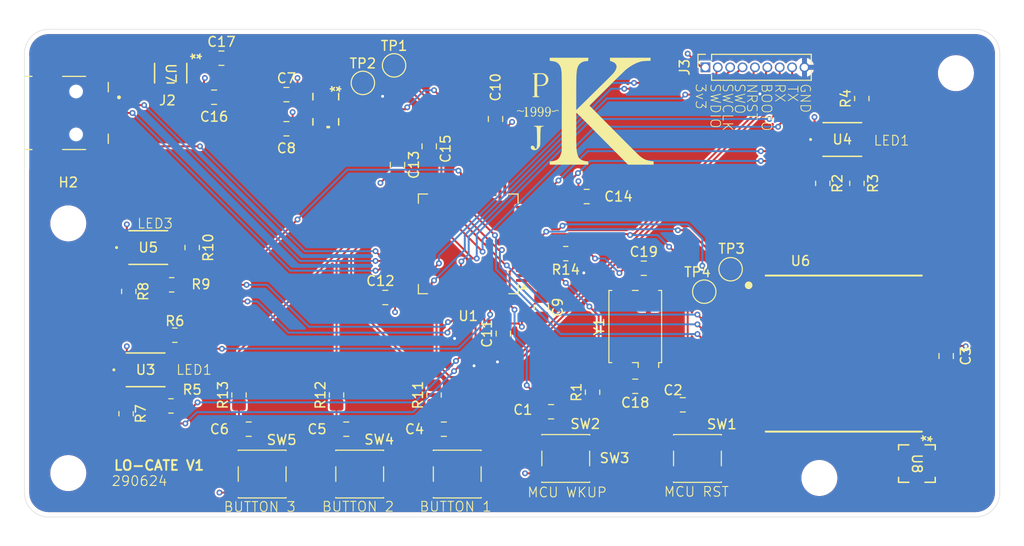
<source format=kicad_pcb>
(kicad_pcb (version 20240108) (generator "pcbnew") (generator_version "8.0")
  (layers (0 "F.Cu" signal) (1 "In1.Cu" signal) (2 "In2.Cu" signal) (31 "B.Cu" signal) (34 "B.Paste" user) (35 "F.Paste" user) (36 "B.SilkS" user "B.Silkscreen") (37 "F.SilkS" user "F.Silkscreen") (38 "B.Mask" user) (39 "F.Mask" user) (44 "Edge.Cuts" user))
  (net 0 "")
  (net 1 "GND")
  (net 2 "/MICRO_WAKEUP")
  (net 3 "/NRST")
  (net 4 "/3V3")
  (net 5 "/BUTTON1")
  (net 6 "/BUTTON2")
  (net 7 "/BUTTON3")
  (net 8 "/SWO")
  (net 9 "/SWCLK")
  (net 10 "/BOOTO")
  (net 11 "/SWDIO")
  (net 12 "Net-(R2-Pad2)")
  (net 13 "/LED2_BLUE")
  (net 14 "/LED2_RED")
  (net 15 "Net-(R3-Pad1)")
  (net 16 "Net-(R4-Pad1)")
  (net 17 "/LED2_GREEN")
  (net 18 "/LED1_RED")
  (net 19 "Net-(R5-Pad1)")
  (net 20 "/LED1_GREEN")
  (net 21 "Net-(R6-Pad1)")
  (net 22 "/LED1_BLUE")
  (net 23 "Net-(R7-Pad2)")
  (net 24 "Net-(R8-Pad2)")
  (net 25 "/LED3_BLUE")
  (net 26 "Net-(R9-Pad1)")
  (net 27 "/LED3_RED")
  (net 28 "/LED3_GREEN")
  (net 29 "Net-(R10-Pad1)")
  (net 30 "/UART_TX")
  (net 32 "/LORA_RST")
  (net 33 "/LORA_MOSI")
  (net 35 "/LORA_MISO")
  (net 36 "/LORA_CSB")
  (net 44 "/OSC_IN")
  (net 45 "/UART_RX")
  (net 46 "/IMU_SCK")
  (net 49 "Net-(C19-Pad1)")
  (net 50 "/IMU_CSB")
  (net 51 "/IMU_MOSI")
  (net 53 "/LORA_SCK")
  (net 57 "/IMU_MISO")
  (net 66 "Net-(U6-ANT)")
  (net 72 "Net-(U1-VCAP1)")
  (net 73 "/USB_DP")
  (net 74 "/USB_ID")
  (net 75 "/USB_DM")
  (net 78 "/5V_IN")
  (net 80 "Net-(C4-Pad2)")
  (net 81 "Net-(C5-Pad2)")
  (net 82 "Net-(C6-Pad2)")
  (net 83 "/OSC_OUT")
  (footprint "Button_Switch_SMD:SW_SPST_PTS647_Sx38" (layer "F.Cu") (at 131.9 119.2 180)
    (property "Reference" "SW4")
    (property "Value" "BUTTON2")
  )
  (footprint "Crystal:Crystal_SMD_7050-4Pin_7.0x5.0mm" (layer "F.Cu") (at 160.15 104.075 90)
    (property "Reference" "Y1")
    (property "Value" "Crystal_GND24_Small")
  )
  (footprint "Capacitor_SMD:C_0805_2012Metric_Pad1.18x1.45mm_HandSolder" (layer "F.Cu") (at 124.3875 83.799999)
    (property "Reference" "C8")
    (property "Value" "0.1uF")
  )
  (footprint "Resistor_SMD:R_0805_2012Metric_Pad1.20x1.40mm_HandSolder" (layer "F.Cu") (at 129.525 111.1 90)
    (property "Reference" "R12")
    (property "Value" "50k")
  )
  (footprint "TestPoint:TestPoint_Pad_D2.0mm" (layer "F.Cu") (at 132.225 79.1)
    (property "Reference" "TP2")
    (property "Value" "TP_IMU_MOSI")
  )
  (footprint "Resistor_SMD:R_0805_2012Metric_Pad1.20x1.40mm_HandSolder" (layer "F.Cu") (at 155.775 110.8125 90)
    (property "Reference" "R1")
    (property "Value" "10k")
  )
  (footprint "Connector_PinSocket_1.27mm:PinSocket_1x09_P1.27mm_Vertical" (layer "F.Cu") (at 167.34 77.5 90)
    (property "Reference" "J3")
    (property "Value" "Conn_01x09_Pin")
  )
  (footprint "Capacitor_SMD:C_0805_2012Metric_Pad1.18x1.45mm_HandSolder" (layer "F.Cu") (at 134.525 101.1)
    (property "Reference" "C12")
    (property "Value" "0.1uF")
  )
  (footprint "Capacitor_SMD:C_0805_2012Metric_Pad1.18x1.45mm_HandSolder" (layer "F.Cu") (at 192.025 107.1 90)
    (property "Reference" "C3")
    (property "Value" "0.1uF")
  )
  (footprint "Resistor_SMD:R_0805_2012Metric_Pad1.20x1.40mm_HandSolder" (layer "F.Cu") (at 179.375 89.4 90)
    (property "Reference" "R2")
    (property "Value" "60Ω")
  )
  (footprint "Capacitor_SMD:C_0805_2012Metric_Pad1.18x1.45mm_HandSolder" (layer "F.Cu") (at 124.3875 80.299999)
    (property "Reference" "C7")
    (property "Value" "0.1uF")
  )
  (footprint "Resistor_SMD:R_0805_2012Metric_Pad1.20x1.40mm_HandSolder" (layer "F.Cu") (at 139.525 111.1 90)
    (property "Reference" "R11")
    (property "Value" "50k")
  )
  (footprint "Resistor_SMD:R_0805_2012Metric_Pad1.20x1.40mm_HandSolder" (layer "F.Cu") (at 108.225 100.4789 90)
    (property "Reference" "R8")
    (property "Value" "60Ω")
  )
  (footprint "footprints:Logo_CADPAD_2" (layer "F.Cu") (at 155.025 82)
    (property "Reference" "G***" (hide yes))
    (property "Value" "LOGO" (hide yes))
  )
  (footprint "TestPoint:TestPoint_Pad_D2.0mm" (layer "F.Cu") (at 167.225 100.5)
    (property "Reference" "TP4")
    (property "Value" "TP_LORA_MOSI")
  )
  (footprint "Capacitor_SMD:C_0805_2012Metric_Pad1.18x1.45mm_HandSolder" (layer "F.Cu") (at 117.725001 76.56685)
    (property "Reference" "C17")
    (property "Value" "0.47uF")
  )
  (footprint "Resistor_SMD:R_0805_2012Metric_Pad1.20x1.40mm_HandSolder" (layer "F.Cu") (at 183.375 80.7 90)
    (property "Reference" "R4")
    (property "Value" "60Ω")
  )
  (footprint "Resistor_SMD:R_0805_2012Metric_Pad1.20x1.40mm_HandSolder" (layer "F.Cu") (at 107.9522 113.015 90)
    (property "Reference" "R7")
    (property "Value" "60Ω")
  )
  (footprint "Resistor_SMD:R_0805_2012Metric_Pad1.20x1.40mm_HandSolder" (layer "F.Cu") (at 114.725 95.9789 -90)
    (property "Reference" "R10")
    (property "Value" "60Ω")
  )
  (footprint "Resistor_SMD:R_0805_2012Metric_Pad1.20x1.40mm_HandSolder" (layer "F.Cu") (at 112.9522 104.965)
    (property "Reference" "R6")
    (property "Value" "60Ω")
  )
  (footprint "footprints:150141M173100_WRE-M" (layer "F.Cu") (at 181.375 84.9)
    (property "Reference" "U4")
    (property "Value" "LED2")
  )
  (footprint "footprints:XCVR_RFM95W-868S2" (layer "F.Cu") (at 181.525 106.85)
    (property "Reference" "U6")
    (property "Value" "RFM95W-868S2")
  )
  (footprint "footprints:BMI323_BOS-M" (layer "F.Cu") (at 128.425 81.799999 -90)
    (property "Reference" "U2" (hide yes))
    (property "Value" "BMI323")
  )
  (footprint "MountingHole:MountingHole_3.2mm_M3" (layer "F.Cu") (at 102.025 93.5)
    (property "Reference" "H2")
    (property "Value" "MountingHole")
  )
  (footprint "Capacitor_SMD:C_0805_2012Metric_Pad1.18x1.45mm_HandSolder" (layer "F.Cu") (at 120.525 114.6 180)
    (property "Reference" "C6")
    (property "Value" "0.1uF")
  )
  (footprint "Resistor_SMD:R_0805_2012Metric_Pad1.20x1.40mm_HandSolder" (layer "F.Cu") (at 153.025 96.6 180)
    (property "Reference" "R14")
    (property "Value" "30R")
  )
  (footprint "MountingHole:MountingHole_3.2mm_M3" (layer "F.Cu") (at 102.025 119.1)
    (property "Reference" "H4" (hide yes))
    (property "Value" "MountingHole")
  )
  (footprint "Capacitor_SMD:C_0805_2012Metric_Pad1.18x1.45mm_HandSolder" (layer "F.Cu") (at 139.025 85.6 90)
    (property "Reference" "C15")
    (property "Value" "4.7uF")
  )
  (footprint "TestPoint:TestPoint_Pad_D2.0mm" (layer "F.Cu") (at 135.425 77.3)
    (property "Reference" "TP1")
    (property "Value" "TP_IMU_MISO")
  )
  (footprint "Button_Switch_SMD:SW_SPST_PTS647_Sx38" (layer "F.Cu") (at 141.9 119.2 180)
    (property "Reference" "SW3")
    (property "Value" "BUTTON1")
  )
  (footprint "MountingHole:MountingHole_3.2mm_M3" (layer "F.Cu") (at 193.025 78.1)
    (property "Reference" "H1" (hide yes))
    (property "Value" "MountingHole")
  )
  (footprint "Capacitor_SMD:C_0805_2012Metric_Pad1.18x1.45mm_HandSolder" (layer "F.Cu") (at 150.525 102.1 -90)
    (property "Reference" "C9")
    (property "Value" "0.1uF")
  )
  (footprint "Resistor_SMD:R_0805_2012Metric_Pad1.20x1.40mm_HandSolder" (layer "F.Cu") (at 112.625 99.8)
    (property "Reference" "R9")
    (property "Value" "60Ω")
  )
  (footprint "Capacitor_SMD:C_0805_2012Metric_Pad1.18x1.45mm_HandSolder" (layer "F.Cu") (at 146.625 104.8 90)
    (property "Reference" "C11")
    (property "Value" "0.1uF")
  )
  (footprint "Capacitor_SMD:C_0805_2012Metric_Pad1.18x1.45mm_HandSolder" (layer "F.Cu") (at 116.975001 80.56685)
    (property "Reference" "C16")
    (property "Value" "0.1uF")
  )
  (footprint "Capacitor_SMD:C_0805_2012Metric_Pad1.18x1.45mm_HandSolder" (layer "F.Cu") (at 140.525 114.6 180)
    (property "Reference" "C4")
    (property "Value" "0.1uF")
  )
  (footprint "footprints:EDAC_690-005-299-043" (layer "F.Cu") (at 102.825 82.18 -90)
    (property "Reference" "J2")
    (property "Value" "690-005-299-043")
  )
  (footprint "footprints:73412-0114_MOL" (layer "F.Cu") (at 189.025 118.124999 -90)
    (property "Reference" "U8")
    (property "Value" "734120114")
  )
  (footprint "MountingHole:MountingHole_3.2mm_M3" (layer "F.Cu") (at 179.025 119.6)
    (property "Reference" "H3" (hide yes))
    (property "Value" "MountingHole")
  )
  (footprint "Resistor_SMD:R_0805_2012Metric_Pad1.20x1.40mm_HandSolder" (layer "F.Cu") (at 182.875 89.4 -90)
    (property "Reference" "R3")
    (property "Value" "60Ω")
  )
  (footprint "Resistor_SMD:R_0805_2012Metric_Pad1.20x1.40mm_HandSolder" (layer "F.Cu") (at 112.5522 112.215)
    (property "Reference" "R5")
    (property "Value" "60Ω")
  )
  (footprint "Capacitor_SMD:C_0805_2012Metric_Pad1.18x1.45mm_HandSolder" (layer "F.Cu") (at 151.525 112.8125 180)
    (property "Reference" "C1")
    (property "Value" "0.1uF")
  )
  (footprint "Capacitor_SMD:C_0805_2012Metric_Pad1.18x1.45mm_HandSolder" (layer "F.Cu") (at 161.025 98.1)
    (property "Reference" "C19")
    (property "Value" "10p")
  )
  (footprint "Capacitor_SMD:C_0805_2012Metric_Pad1.18x1.45mm_HandSolder" (layer "F.Cu") (at 145.825 82.8 90)
    (property "Reference" "C10")
    (property "Value" "0.1uF")
  )
  (footprint "Button_Switch_SMD:SW_SPST_PTS647_Sx38" (layer "F.Cu") (at 121.9 119.2 180)
    (property "Reference" "SW5")
    (property "Value" "BUTTON3")
  )
  (footprint "footprints:150141M173100_WRE-M" (layer "F.Cu") (at 109.9522 108.515)
    (property "Reference" "U3")
    (property "Value" "LED1")
  )
  (footprint "Button_Switch_SMD:SW_SPST_PTS647_Sx38" (layer "F.Cu") (at 166.525 117.6 180)
    (property "Reference" "SW1")
    (property "Value" "MICRO_RESET")
  )
  (footprint "Resistor_SMD:R_0805_2012Metric_Pad1.20x1.40mm_HandSolder" (layer "F.Cu") (at 119.525 111.1 90)
    (property "Reference" "R13")
    (property "Value" "50k")
  )
  (footprint "Capacitor_SMD:C_0805_2012Metric_Pad1.18x1.45mm_HandSolder" (layer "F.Cu") (at 155.175 90.75 180)
    (property "Reference" "C14")
    (property "Value" "0.1uF")
  )
  (footprint "footprints:SOT23-5L_STM-M" (layer "F.Cu") (at 112.525 78.1 -90)
    (property "Reference" "U7")
    (property "Value" "LDK320AM33R")
  )
  (footprint "Capacitor_SMD:C_0805_2012Metric_Pad1.18x1.45mm_HandSolder" (layer "F.Cu") (at 135.775 87.5 -90)
    (property "Reference" "C13")
    (property "Value" "0.1uF")
  )
  (footprint "Button_Switch_SMD:SW_SPST_PTS647_Sx38" (layer "F.Cu") (at 153.025 117.6 180)
    (property "Reference" "SW2")
    (property "Value" "MICRO_ON")
  )
  (footprint "footprints:150141M173100_WRE-M" (layer "F.Cu") (at 110.225 95.9789)
    (property "Reference" "U5")
    (property "Value" "LED3")
  )
  (footprint "Capacitor_SMD:C_0805_2012Metric_Pad1.18x1.45mm_HandSolder" (layer "F.Cu") (at 165.025 112.1 180)
    (property "Reference" "C2")
    (property "Value" "0.1uF")
  )
  (footprint "TestPoint:TestPoint_Pad_D2.0mm" (layer "F.Cu") (at 169.925 98.2)
    (property "Reference" "TP3")
    (property "Value" "TP_LORA_MISO")
  )
  (footprint "Package_QFP:LQFP-64_10x10mm_P0.5mm" (layer "F.Cu") (at 143.025 95.6 180)
    (property "Reference" "U1")
    (property "Value" "STM32F401RETx")
  )
  (footprint "Capacitor_SMD:C_0805_2012Metric_Pad1.18x1.45mm_HandSolder" (layer "F.Cu") (at 160.15 110.2 180)
    (property "Reference" "C18")
    (property "Value" "10p")
  )
  (footprint "Capacitor_SMD:C_0805_2012Metric_Pad1.18x1.45mm_HandSolder" (layer "F.Cu") (at 130.525 114.6 180)
    (property "Reference" "C5")
    (property "Value" "0.1uF")
  )
  (gr_line (start 97.525 76.1) (end 97.525 121.1) (stroke (width 0.05)) (layer "Edge.Cuts"))
  (gr_arc (start 197.525 121.1) (mid 196.792767 122.867767) (end 195.025 123.6) (stroke (width 0.05)) (layer "Edge.Cuts"))
  (gr_arc (start 100.025 123.6) (mid 98.257233 122.867767) (end 97.525 121.1) (stroke (width 0.05)) (layer "Edge.Cuts"))
  (gr_arc (start 97.525 76.1) (mid 98.257233 74.332233) (end 100.025 73.6) (stroke (width 0.05)) (layer "Edge.Cuts"))
  (gr_line (start 197.525 76.1) (end 197.525 121.1) (stroke (width 0.05)) (layer "Edge.Cuts"))
  (gr_arc (start 195.025 73.6) (mid 196.792767 74.332233) (end 197.525 76.1) (stroke (width 0.05)) (layer "Edge.Cuts"))
  (gr_line (start 100.025 73.6) (end 195.025 73.6) (stroke (width 0.05)) (layer "Edge.Cuts"))
  (gr_line (start 100.025 123.6) (end 195.025 123.6) (stroke (width 0.05)) (layer "Edge.Cuts"))
  (gr_text "SWO\n" (at 170.275 79.1 270) (layer "F.SilkS") (effects (font (size 1 1) (thickness 0.08) (bold yes)) (justify left bottom)))
  (gr_text "TX" (at 175.7 79.3 270) (layer "F.SilkS") (effects (font (size 1 1) (thickness 0.08) (bold yes)) (justify left bottom)))
  (gr_text "MCU RST" (at 163.025 121.6 0) (layer "F.SilkS") (effects (font (size 1 1) (thickness 0.1)) (justify left bottom)))
  (gr_text "SWCLK\n\n" (at 167.425 79.1 270) (layer "F.SilkS") (effects (font (size 1 1) (thickness 0.08) (bold yes)) (justify left bottom)))
  (gr_text "BUTTON 2\n" (at 127.975 123.125 0) (layer "F.SilkS") (effects (font (size 1 1) (thickness 0.1)) (justify left bottom)))
  (gr_text "LED1" (at 113.025 109.1 0) (layer "F.SilkS") (effects (font (size 1 1) (thickness 0.1)) (justify left bottom)))
  (gr_text "290624" (at 106.4 120.5 0) (layer "F.SilkS") (effects (font (size 1 1) (thickness 0.1)) (justify left bottom)))
  (gr_text "SWDIO\n" (at 167.775 79.1 270) (layer "F.SilkS") (effects (font (size 1 1) (thickness 0.08) (bold yes)) (justify left bottom)))
  (gr_text "LED1" (at 184.525 85.6 0) (layer "F.SilkS") (effects (font (size 1 1) (thickness 0.1)) (justify left bottom)))
  (gr_text "BOOTO\n" (at 173.025 79.1 270) (layer "F.SilkS") (effects (font (size 1 1) (thickness 0.08) (bold yes)) (justify left bottom)))
  (gr_text "BUTTON 3" (at 117.9 123.15 0) (layer "F.SilkS") (effects (font (size 1 1) (thickness 0.1)) (justify left bottom)))
  (gr_text "MCU WKUP" (at 149.025 121.6625 0) (layer "F.SilkS") (effects (font (size 1 1) (thickness 0.1)) (justify left bottom)))
  (gr_text "BUTTON 1\n" (at 137.975 123.125 0) (layer "F.SilkS") (effects (font (size 1 1) (thickness 0.1)) (justify left bottom)))
  (gr_text "GND" (at 177 79.1 270) (layer "F.SilkS") (effects (font (size 1 1) (thickness 0.08) (bold yes)) (justify left bottom)))
  (gr_text "RX\n" (at 174.4 79.1 270) (layer "F.SilkS") (effects (font (size 1 1) (thickness 0.08) (bold yes)) (justify left bottom)))
  (gr_text "3v3" (at 166.275 79.1 270) (layer "F.SilkS") (effects (font (size 1 1) (thickness 0.08) (bold yes)) (justify left bottom)))
  (gr_text "LED3\n" (at 109.025 94.1 0) (layer "F.SilkS") (effects (font (size 1 1) (thickness 0.1)) (justify left bottom)))
  (gr_text "LO-CATE V1\n" (at 106.6 118.9 0) (layer "F.SilkS") (effects (font (size 1 1) (thickness 0.2) (bold yes)) (justify left bottom)))
  (gr_text "NRST" (at 171.525 79.1 270) (layer "F.SilkS") (effects (font (size 1 1) (thickness 0.08) (bold yes)) (justify left bottom)))
  (via (at 146.025 107.7) (size 0.6) (drill 0.3) (layers "F.Cu" "B.Cu") (net 1))
  (via (at 134.25 80.475) (size 0.6) (drill 0.3) (layers "F.Cu" "B.Cu") (net 1))
  (via (at 172.925 80.225) (size 0.6) (drill 0.3) (layers "F.Cu" "B.Cu") (net 1))
  (via (at 143.625 108.1) (size 0.6) (drill 0.3) (layers "F.Cu" "B.Cu") (net 1))
  (via (at 141.625 105.3) (size 0.6) (drill 0.3) (layers "F.Cu" "B.Cu") (net 1))
  (via (at 154.875 98.575) (size 0.6) (drill 0.3) (layers "F.Cu" "B.Cu") (net 1))
  (segment (start 144.025 107.7) (end 146.025 107.7) (width 0.2) (layer "B.Cu") (net 1))
  (segment (start 143.625 108.1) (end 144.025 107.7) (width 0.2) (layer "B.Cu") (net 1))
  (segment (start 147.89259 92.85) (end 148.7 92.85) (width 0.2) (layer "F.Cu") (net 2))
  (segment (start 150.4 116) (end 155.65 116) (width 0.2) (layer "F.Cu") (net 2))
  (segment (start 155.65 116) (end 155.65 111.9375) (width 0.2) (layer "F.Cu") (net 2))
  (segment (start 147.775 102.35) (end 147.275 101.85) (width 0.2) (layer "F.Cu") (net 2))
  (segment (start 147.625 98.098529) (end 147.625 97.601471) (width 0.2) (layer "F.Cu") (net 2))
  (segment (start 150.4875 115.9125) (end 150.4 116) (width 0.2) (layer "F.Cu") (net 2))
  (segment (start 147.075 95.976471) (end 146.85 95.751471) (width 0.2) (layer "F.Cu") (net 2))
  (segment (start 155.65 111.9375) (end 155.775 111.8125) (width 0.2) (layer "F.Cu") (net 2))
  (segment (start 146.85 96.826471) (end 146.85 96.698529) (width 0.2) (layer "F.Cu") (net 2))
  (segment (start 146.85 93.89259) (end 147.89259 92.85) (width 0.2) (layer "F.Cu") (net 2))
  (segment (start 149.025 110.1) (end 150.4 111.475) (width 0.2) (layer "F.Cu") (net 2))
  (segment (start 147.275 101.85) (end 147.275 98.448529) (width 0.2) (layer "F.Cu") (net 2))
  (segment (start 147.075 96.473529) (end 147.075 95.976471) (width 0.2) (layer "F.Cu") (net 2))
  (segment (start 146.85 96.698529) (end 147.075 96.473529) (width 0.2) (layer "F.Cu") (net 2))
  (segment (start 147.275 98.448529) (end 147.625 98.098529) (width 0.2) (layer "F.Cu") (net 2))
  (segment (start 147.625 97.601471) (end 146.85 96.826471) (width 0.2) (layer "F.Cu") (net 2))
  (segment (start 146.85 95.751471) (end 146.85 93.89259) (width 0.2) (layer "F.Cu") (net 2))
  (segment (start 150.4 111.475) (end 150.4 112.5375) (width 0.2) (layer "F.Cu") (net 2))
  (segment (start 150.4875 112.8125) (end 150.4875 115.9125) (width 0.2) (layer "F.Cu") (net 2))
  (via (at 147.775 102.35) (size 0.6) (drill 0.3) (layers "F.Cu" "B.Cu") (net 2))
  (via (at 149.025 110.1) (size 0.6) (drill 0.3) (layers "F.Cu" "B.Cu") (net 2))
  (segment (start 147.775 105.1) (end 147.775 102.35) (width 0.2) (layer "B.Cu") (net 2))
  (segment (start 149.025 110.1) (end 149.025 106.35) (width 0.2) (layer "B.Cu") (net 2))
  (segment (start 149.025 106.35) (end 147.775 105.1) (width 0.2) (layer "B.Cu") (net 2))
  (segment (start 163.9 116) (end 163.9 112.4375) (width 0.2) (layer "F.Cu") (net 3))
  (segment (start 172.28 82.345) (end 172.28 77.6) (width 0.2) (layer "F.Cu") (net 3))
  (segment (start 159.725 94.6) (end 160.025 94.6) (width 0.2) (layer "F.Cu") (net 3))
  (segment (start 151.623529 94.6) (end 149.873529 96.35) (width 0.2) (layer "F.Cu") (net 3))
  (segment (start 159.625 94.7) (end 159.525 94.6) (width 0.2) (layer "F.Cu") (net 3))
  (segment (start 159.625 94.7) (end 159.725 94.6) (width 0.2) (layer "F.Cu") (net 3))
  (segment (start 163.9875 109.1375) (end 165.525 107.6) (width 0.2) (layer "F.Cu") (net 3))
  (segment (start 163.9 112.4375) (end 163.9875 112.35) (width 0.2) (layer "F.Cu") (net 3))
  (segment (start 165.525 107.6) (end 165.525 97.6) (width 0.2) (layer "F.Cu") (net 3))
  (segment (start 163.9875 112.1) (end 163.9875 109.1375) (width 0.2) (layer "F.Cu") (net 3))
  (segment (start 169.15 116) (end 163.9 116) (width 0.2) (layer "F.Cu") (net 3))
  (segment (start 165.525 97.6) (end 163.625 95.9) (width 0.2) (layer "F.Cu") (net 3))
  (segment (start 149.873529 96.35) (end 148.7 96.35) (width 0.2) (layer "F.Cu") (net 3))
  (segment (start 163.625 95.9) (end 163.775 95.85) (width 0.2) (layer "F.Cu") (net 3))
  (segment (start 160.025 94.6) (end 172.28 82.345) (width 0.2) (layer "F.Cu") (net 3))
  (segment (start 159.525 94.6) (end 151.623529 94.6) (width 0.2) (layer "F.Cu") (net 3))
  (via (at 163.625 95.9) (size 0.6) (drill 0.3) (layers "F.Cu" "B.Cu") (net 3))
  (via (at 159.625 94.7) (size 0.6) (drill 0.3) (layers "F.Cu" "B.Cu") (net 3))
  (segment (start 162.425 94.7) (end 163.625 95.9) (width 0.2) (layer "B.Cu") (net 3))
  (segment (start 159.625 94.7) (end 162.425 94.7) (width 0.2) (layer "B.Cu") (net 3))
  (segment (start 178.525 82.6) (end 178.525 83.0622) (width 0.2) (layer "F.Cu") (net 4))
  (segment (start 125.425 83.799999) (end 126.830699 83.799999) (width 0.2) (layer "F.Cu") (net 4))
  (segment (start 125.525 80.199999) (end 125.425 80.299999) (width 0.2) (layer "F.Cu") (net 4))
  (segment (start 117.525 121.1) (end 118.975 121.1) (width 0.2) (layer "F.Cu") (net 4))
  (segment (start 148.525 104.1) (end 148.525 103.0625) (width 0.2) (layer "F.Cu") (net 4))
  (segment (start 154.325 89.175) (end 154.325 90.5625) (width 0.2) (layer "F.Cu") (net 4))
  (segment (start 134.025 89.35) (end 134.8375 88.5375) (width 0.2) (layer "F.Cu") (net 4))
  (segment (start 154.1375 90.75) (end 152.440686 90.75) (width 0.2) (layer "F.Cu") (net 4))
  (segment (start 148.525 104.1) (end 148.1875 103.7625) (width 0.2) (layer "F.Cu") (net 4))
  (segment (start 148.85 119.125) (end 150.325 119.125) (width 0.2) (layer "F.Cu") (net 4))
  (segment (start 150.440686 92.75) (end 150.375 92.75) (width 0.2) (layer "F.Cu") (net 4))
  (segment (start 114.937501 79.56685) (end 115.937501 80.56685) (width 0.2) (layer "F.Cu") (net 4))
  (segment (start 148.525 103.0625) (end 150.525 101.0625) (width 0.2) (layer "F.Cu") (net 4))
  (segment (start 125.025 82.1) (end 125.025 83.399999) (width 0.2) (layer "F.Cu") (net 4))
  (segment (start 115.937501 78.687499) (end 116.025 78.6) (width 0.2) (layer "F.Cu") (net 4))
  (segment (start 129.275 120.8) (end 134.525 120.8) (width 0.2) (layer "F.Cu") (net 4))
  (segment (start 192.025 106.0625) (end 189.1375 106.0625) (width 0.2) (layer "F.Cu") (net 4))
  (segment (start 108.025 93.6) (end 108.025 94.7911) (width 0.2) (layer "F.Cu") (net 4))
  (segment (start 154.325 90.5625) (end 154.1375 90.75) (width 0.2) (layer "F.Cu") (net 4))
  (segment (start 194.025 106.1) (end 193.9875 106.0625) (width 0.2) (layer "F.Cu") (net 4))
  (segment (start 125.525 78.6) (end 125.525 80.199999) (width 0.2) (layer "F.Cu") (net 4))
  (segment (start 136.225 88.5375) (end 137.8875 88.5375) (width 0.2) (layer "F.Cu") (net 4))
  (segment (start 126.830699 83.799999) (end 127.674999 82.955699) (width 0.2) (layer "F.Cu") (net 4))
  (segment (start 124.525 120.8) (end 129.275 120.8) (width 0.2) (layer "F.Cu") (net 4))
  (segment (start 189.1375 106.0625) (end 188.925 105.85) (width 0.2) (layer "F.Cu") (net 4))
  (segment (start 145.825 83.8375) (end 145.825 89.875) (width 0.2) (layer "F.Cu") (net 4))
  (segment (start 139.275 120.8) (end 144.525 120.8) (width 0.2) (layer "F.Cu") (net 4))
  (segment (start 134.525 120.8) (end 139.275 120.8) (width 0.2) (layer "F.Cu") (net 4))
  (segment (start 193.9875 106.0625) (end 192.025 106.0625) (width 0.2) (layer "F.Cu") (net 4))
  (segment (start 108.025 94.7911) (end 108.4978 95.2639) (width 0.2) (layer "F.Cu") (net 4))
  (segment (start 147.525 83.1) (end 146.7875 83.8375) (width 0.2) (layer "F.Cu") (net 4))
  (segment (start 150.4125 101.0625) (end 148.7 99.35) (width 0.2) (layer "F.Cu") (net 4))
  (segment (start 135.525 101.1375) (end 135.5625 101.1) (width 0.2) (layer "F.Cu") (net 4))
  (segment (start 119.275 120.8) (end 124.525 120.8) (width 0.2) (layer "F.Cu") (net 4))
  (segment (start 178.525 83.0622) (end 179.6478 84.185) (width 0.2) (layer "F.Cu") (net 4))
  (segment (start 150.525 101.0625) (end 150.4125 101.0625) (width 0.2) (layer "F.Cu") (net 4))
  (segment (start 149.775 93.35) (end 148.7 93.35) (width 0.2) (layer "F.Cu") (net 4))
  (segment (start 134.8375 88.5375) (end 135.775 88.5375) (width 0.2) (layer "F.Cu") (net 4))
  (segment (start 125.425 80.299999) (end 126.425001 81.3) (width 0.2) (layer "F.Cu") (net 4))
  (segment (start 145.825 89.875) (end 145.775 89.925) (width 0.2) (layer "F.Cu") (net 4))
  (segment (start 150.4 119.2) (end 155.65 119.2) (width 0.2) (layer "F.Cu") (net 4))
  (segment (start 137.8875 88.5375) (end 139.275 89.925) (width 0.2) (layer "F.Cu") (net 4))
  (segment (start 146.625 103.7625) (end 146.775 103.6125) (width 0.2) (layer "F.Cu") (net 4))
  (segment (start 146.775 103.6125) (end 146.775 101.275) (width 0.2) (layer "F.Cu") (net 4))
  (segment (start 125.025 83.399999) (end 125.425 83.799999) (width 0.2) (layer "F.Cu") (net 4))
  (segment (start 136.1625 88.6) (end 136.225 88.5375) (width 0.2) (layer "F.Cu") (net 4))
  (segment (start 152.440686 90.75) (end 150.440686 92.75) (width 0.2) (layer "F.Cu") (net 4))
  (segment (start 148.1875 103.7625) (end 146.625 103.7625) (width 0.2) (layer "F.Cu") (net 4))
  (segment (start 150.375 92.75) (end 149.775 93.35) (width 0.2) (layer "F.Cu") (net 4))
  (segment (start 115.937501 80.56685) (end 115.937501 78.687499) (width 0.2) (layer "F.Cu") (net 4))
  (segment (start 135.525 102.6) (end 135.525 101.1375) (width 0.2) (layer "F.Cu") (net 4))
  (segment (start 167.025 77.6) (end 167.2 77.6) (width 0.2) (layer "F.Cu") (net 4))
  (segment (start 108.025 107.6) (end 108.225 107.8) (width 0.2) (layer "F.Cu") (net 4))
  (segment (start 118.975 121.1) (end 119.275 120.8) (width 0.2) (layer "F.Cu") (net 4))
  (segment (start 113.475001 79.56685) (end 114.937501 79.56685) (width 0.2) (layer "F.Cu") (net 4))
  (segment (start 135.6 101.1) (end 137.35 99.35) (width 0.2) (layer "F.Cu") (net 4))
  (segment (start 135.5625 101.1) (end 135.6 101.1) (width 0.2) (layer "F.Cu") (net 4))
  (segment (start 108.025 106.1) (end 108.025 107.6) (width 0.2) (layer "F.Cu") (net 4))
  (segment (start 146.7875 83.8375) (end 145.825 83.8375) (width 0.2) (layer "F.Cu") (net 4))
  (segment (start 150.325 119.125) (end 150.4 119.2) (width 0.2) (layer "F.Cu") (net 4))
  (segment (start 165.525 76.1) (end 167.025 77.6) (width 0.2) (layer "F.Cu") (net 4))
  (segment (start 126.425001 81.3) (end 127.5106 81.3) (width 0.2) (layer "F.Cu") (net 4))
  (via (at 165.525 76.1) (size 0.6) (drill 0.3) (layers "F.Cu" "B.Cu") (net 4))
  (via (at 125.025 82.1) (size 0.6) (drill 0.3) (layers "F.Cu" "B.Cu") (net 4))
  (via (at 116.025 78.6) (size 0.6) (drill 0.3) (layers "F.Cu" "B.Cu") (net 4))
  (via (at 135.525 102.6) (size 0.6) (drill 0.3) (layers "F.Cu" "B.Cu") (net 4))
  (via (at 147.525 83.1) (size 0.6) (drill 0.3) (layers "F.Cu" "B.Cu") (net 4))
  (via (at 178.525 82.6) (size 0.6) (drill 0.3) (layers "F.Cu" "B.Cu") (net 4))
  (via (at 125.525 78.6) (size 0.6) (drill 0.3) (layers "F.Cu" "B.Cu") (net 4))
  (via (at 194.025 106.1) (size 0.6) (drill 0.3) (layers "F.Cu" "B.Cu") (net 4))
  (via (at 148.85 119.125) (size 0.6) (drill 0.3) (layers "F.Cu" "B.Cu") (net 4))
  (via (at 117.525 121.1) (size 0.6) (drill 0.3) (layers "F.Cu" "B.Cu") (net 4))
  (via (at 108.025 106.1) (size 0.6) (drill 0.3) (layers "F.Cu" "B.Cu") (net 4))
  (via (at 108.025 93.6) (size 0.6) (drill 0.3) (layers "F.Cu" "B.Cu") (net 4))
  (via (at 148.525 104.1) (size 0.6) (drill 0.3) (layers "F.Cu" "B.Cu") (net 4))
  (via (at 154.325 89.175) (size 0.6) (drill 0.3) (layers "F.Cu" "B.Cu") (net 4))
  (via (at 134.025 89.35) (size 0.6) (drill 0.3) (layers "F.Cu" "B.Cu") (net 4))
  (segment (start 134.275 93.35) (end 137.35 93.35) (width 0.2) (layer "F.Cu") (net 5))
  (segment (start 131.025 101.6) (end 131.025 96.6) (width 0.2) (layer "F.Cu") (net 5))
  (segment (start 131.025 96.6) (end 134.275 93.35) (width 0.2) (layer "F.Cu") (net 5))
  (segment (start 139.525 110.1) (end 131.025 101.6) (width 0.2) (layer "F.Cu") (net 5))
  (segment (start 129.525 97.35) (end 134.025 92.85) (width 0.2) (layer "F.Cu") (net 6))
  (segment (start 129.525 110.1) (end 129.525 97.35) (width 0.2) (layer "F.Cu") (net 6))
  (segment (start 134.025 92.85) (end 137.35 92.85) (width 0.2) (layer "F.Cu") (net 6))
  (segment (start 119.525 110.1) (end 119.525 106.6) (width 0.2) (layer "F.Cu") (net 7))
  (segment (start 119.525 106.6) (end 133.775 92.35) (width 0.2) (layer "F.Cu") (net 7))
  (segment (start 133.775 92.35) (end 137.35 92.35) (width 0.2) (layer "F.Cu") (net 7))
  (segment (start 165.275 80.3) (end 168.312792 80.3) (width 0.2) (layer "F.Cu") (net 8))
  (segment (start 142.324265 97.399265) (end 142.275 97.44853) (width 0.2) (layer "F.Cu") (net 8))
  (segment (start 171.01 77.602792) (end 171.01 77.6) (width 0.2) (layer "F.Cu") (net 8))
  (segment (start 142.275 97.44853) (end 142.275 101.275) (width 0.2) (layer "F.Cu") (net 8))
  (segment (start 168.312792 80.3) (end 171.01 77.602792) (width 0.2) (layer "F.Cu") (net 8))
  (via (at 165.275 80.3) (size 0.6) (drill 0.3) (layers "F.Cu" "B.Cu") (net 8))
  (via (at 142.324265 97.399265) (size 0.6) (drill 0.3) (layers "F.Cu" "B.Cu") (net 8))
  (segment (start 157.240686 80.7) (end 143.075 94.865686) (width 0.2) (layer "B.Cu") (net 8))
  (segment (start 165.275 80.3) (end 164.875 80.7) (width 0.2) (layer "B.Cu") (net 8))
  (segment (start 164.875 80.7) (end 157.240686 80.7) (width 0.2) (layer "B.Cu") (net 8))
  (segment (start 143.075 94.865686) (end 143.075 96.64853) (width 0.2) (layer "B.Cu") (net 8))
  (segment (start 143.075 96.64853) (end 142.324265 97.399265) (width 0.2) (layer "B.Cu") (net 8))
  (segment (start 139.525 99.35) (end 139.275 99.6) (width 0.2) (layer "F.Cu") (net 9))
  (segment (start 139.275 99.6) (end 139.275 101.275) (width 0.2) (layer "F.Cu") (net 9))
  (segment (start 169.74 77.985) (end 169.74 77.6) (width 0.2) (layer "F.Cu") (net 9))
  (segment (start 159.025 79.7) (end 168.025 79.7) (width 0.2) (layer "F.Cu") (net 9))
  (segment (start 168.025 79.7) (end 169.74 77.985) (width 0.2) (layer "F.Cu") (net 9))
  (via (at 159.025 79.7) (size 0.6) (drill 0.3) (layers "F.Cu" "B.Cu") (net 9))
  (via (at 139.525 99.35) (size 0.6) (drill 0.3) (layers "F.Cu" "B.Cu") (net 9))
  (segment (start 142.675 94.7) (end 142.675 96.2) (width 0.2) (layer "B.Cu") (net 9))
  (segment (start 159.025 79.7) (end 157.675 79.7) (width 0.2) (layer "B.Cu") (net 9))
  (segment (start 142.675 96.2) (end 139.525 99.35) (width 0.2) (layer "B.Cu") (net 9))
  (segment (start 157.675 79.7) (end 142.675 94.7) (width 0.2) (layer "B.Cu") (net 9))
  (segment (start 144.775 102.501471) (end 144.775 101.275) (width 0.2) (layer "F.Cu") (net 10))
  (segment (start 145.275 108.6) (end 144.675 108) (width 0.2) (layer "F.Cu") (net 10))
  (segment (start 173.55 81.640686) (end 151.55 103.640686) (width 0.2) (layer "F.Cu") (net 10))
  (segment (start 144.675 102.601471) (end 144.775 102.501471) (width 0.2) (layer "F.Cu") (net 10))
  (segment (start 173.55 77.6) (end 173.55 81.640686) (width 0.2) (layer "F.Cu") (net 10))
  (segment (start 144.675 108) (end 144.675 102.601471) (width 0.2) (layer "F.Cu") (net 10))
  (segment (start 146.659744 108.6) (end 145.275 108.6) (width 0.2) (layer "F.Cu") (net 10))
  (segment (start 151.55 103.640686) (end 151.55 103.709744) (width 0.2) (layer "F.Cu") (net 10))
  (segment (start 151.55 103.709744) (end 146.659744 108.6) (width 0.2) (layer "F.Cu") (net 10))
  (segment (start 139.275 98.35) (end 137.35 98.35) (width 0.2) (layer "F.Cu") (net 11))
  (segment (start 167.677106 79.1) (end 168.47 78.307106) (width 0.2) (layer "F.Cu") (net 11))
  (segment (start 160.025 79.1) (end 167.677106 79.1) (width 0.2) (layer "F.Cu") (net 11))
  (segment (start 168.47 78.307106) (end 168.47 77.6) (width 0.2) (layer "F.Cu") (net 11))
  (segment (start 140.025 97.6) (end 139.275 98.35) (width 0.2) (layer "F.Cu") (net 11))
  (via (at 160.025 79.1) (size 0.6) (drill 0.3) (layers "F.Cu" "B.Cu") (net 11))
  (via (at 140.025 97.6) (size 0.6) (drill 0.3) (layers "F.Cu" "B.Cu") (net 11))
  (segment (start 157.709314 79.1) (end 140.025 96.784314) (width 0.2) (layer "B.Cu") (net 11))
  (segment (start 140.025 96.784314) (end 140.025 97.6) (width 0.2) (layer "B.Cu") (net 11))
  (segment (start 160.025 79.1) (end 157.709314 79.1) (width 0.2) (layer "B.Cu") (net 11))
  (segment (start 179.6478 85.615) (end 179.6478 88.1272) (width 0.2) (layer "F.Cu") (net 12))
  (segment (start 179.6478 88.1272) (end 179.375 88.4) (width 0.2) (layer "F.Cu") (net 12))
  (segment (start 177.575 90.4) (end 174.275 87.1) (width 0.2) (layer "F.Cu") (net 13))
  (segment (start 174.275 87.1) (end 173.025 87.1) (width 0.2) (layer "F.Cu") (net 13))
  (segment (start 179.375 90.4) (end 177.575 90.4) (width 0.2) (layer "F.Cu") (net 13))
  (segment (start 150.275 92.35) (end 148.7 92.35) (width 0.2) (layer "F.Cu") (net 13))
  (segment (start 154.275 88.35) (end 150.275 92.35) (width 0.2) (layer "F.Cu") (net 13))
  (via (at 173.025 87.1) (size 0.6) (drill 0.3) (layers "F.Cu" "B.Cu") (net 13))
  (via (at 154.275 88.35) (size 0.6) (drill 0.3) (layers "F.Cu" "B.Cu") (net 13))
  (segment (start 173.025 87.1) (end 155.525 87.1) (width 0.2) (layer "B.Cu") (net 13))
  (segment (start 155.525 87.1) (end 154.275 88.35) (width 0.2) (layer "B.Cu") (net 13))
  (segment (start 151.95 103.87543) (end 146.576165 109.249265) (width 0.2) (layer "F.Cu") (net 14))
  (segment (start 182.875 90.4) (end 181.975 91.3) (width 0.2) (layer "F.Cu") (net 14))
  (segment (start 146.576165 109.249265) (end 141.174265 109.249265) (width 0.2) (layer "F.Cu") (net 14))
  (segment (start 139.775 107.85) (end 139.775 101.275) (width 0.2) (layer "F.Cu") (net 14))
  (segment (start 181.975 91.3) (end 164.456372 91.3) (width 0.2) (layer "F.Cu") (net 14))
  (segment (start 164.456372 91.3) (end 151.95 103.806372) (width 0.2) (layer "F.Cu") (net 14))
  (segment (start 141.174265 109.249265) (end 139.775 107.85) (width 0.2) (layer "F.Cu") (net 14))
  (segment (start 151.95 103.806372) (end 151.95 103.87543) (width 0.2) (layer "F.Cu") (net 14))
  (segment (start 183.1022 88.1728) (end 182.875 88.4) (width 0.2) (layer "F.Cu") (net 15))
  (segment (start 183.1022 85.615) (end 183.1022 88.1728) (width 0.2) (layer "F.Cu") (net 15))
  (segment (start 183.375 83.9122) (end 183.1022 84.185) (width 0.2) (layer "F.Cu") (net 16))
  (segment (start 183.375 81.7) (end 183.375 83.9122) (width 0.2) (layer "F.Cu") (net 16))
  (segment (start 180.576471 79.7) (end 174.176471 86.1) (width 0.2) (layer "F.Cu") (net 17))
  (segment (start 152.275 89.1) (end 149.525 91.85) (width 0.2) (layer "F.Cu") (net 17))
  (segment (start 174.176471 86.1) (end 173.025 86.1) (width 0.2) (layer "F.Cu") (net 17))
  (segment (start 149.525 91.85) (end 148.7 91.85) (width 0.2) (layer "F.Cu") (net 17))
  (segment (start 183.375 79.7) (end 180.576471 79.7) (width 0.2) (layer "F.Cu") (net 17))
  (via (at 173.025 86.1) (size 0.6) (drill 0.3) (layers "F.Cu" "B.Cu") (net 17))
  (via (at 152.275 89.1) (size 0.6) (drill 0.3) (layers "F.Cu" "B.Cu") (net 17))
  (segment (start 173.025 86.1) (end 155.275 86.1) (width 0.2) (layer "B.Cu") (net 17))
  (segment (start 155.275 86.1) (end 152.275 89.1) (width 0.2) (layer "B.Cu") (net 17))
  (segment (start 143.775 105.6) (end 143.775 101.275) (width 0.2) (layer "F.Cu") (net 18))
  (segment (start 115.275 111.85) (end 114.91 112.215) (width 0.2) (layer "F.Cu") (net 18))
  (segment (start 114.91 112.215) (end 113.5522 112.215) (width 0.2) (layer "F.Cu") (net 18))
  (segment (start 141.775 107.6) (end 143.775 105.6) (width 0.2) (layer "F.Cu") (net 18))
  (via (at 141.775 107.6) (size 0.6) (drill 0.3) (layers "F.Cu" "B.Cu") (net 18))
  (via (at 115.275 111.85) (size 0.6) (drill 0.3) (layers "F.Cu" "B.Cu") (net 18))
  (segment (start 115.275 111.85) (end 137.525 111.85) (width 0.2) (layer "B.Cu") (net 18))
  (segment (start 137.525 111.85) (end 141.775 107.6) (width 0.2) (layer "B.Cu") (net 18))
  (segment (start 111.5522 109.3572) (end 111.6794 109.23) (width 0.2) (layer "F.Cu") (net 19))
  (segment (start 111.5522 112.215) (end 111.5522 109.3572) (width 0.2) (layer "F.Cu") (net 19))
  (segment (start 117.025 106.35) (end 117.775 106.35) (width 0.2) (layer "F.Cu") (net 20))
  (segment (start 115.64 104.965) (end 117.025 106.35) (width 0.2) (layer "F.Cu") (net 20))
  (segment (start 113.9522 104.965) (end 115.64 104.965) (width 0.2) (layer "F.Cu") (net 20))
  (segment (start 145.275 102.85) (end 145.275 101.275) (width 0.2) (layer "F.Cu") (net 20))
  (via (at 117.775 106.35) (size 0.6) (drill 0.3) (layers "F.Cu" "B.Cu") (net 20))
  (via (at 145.275 102.85) (size 0.6) (drill 0.3) (layers "F.Cu" "B.Cu") (net 20))
  (segment (start 145.275 102.85) (end 145.275 103.1) (width 0.2) (layer "B.Cu") (net 20))
  (segment (start 142.025 106.35) (end 117.775 106.35) (width 0.2) (layer "B.Cu") (net 20))
  (segment (start 145.275 103.1) (end 142.025 106.35) (width 0.2) (layer "B.Cu") (net 20))
  (segment (start 111.6794 105.2378) (end 111.9522 104.965) (width 0.2) (layer "F.Cu") (net 21))
  (segment (start 111.6794 107.8) (end 111.6794 105.2378) (width 0.2) (layer "F.Cu") (net 21))
  (segment (start 144.275 105.94853) (end 144.275 101.275) (width 0.2) (layer "F.Cu") (net 22))
  (segment (start 141.574265 108.649265) (end 144.275 105.94853) (width 0.2) (layer "F.Cu") (net 22))
  (segment (start 114.025 114.015) (end 107.9522 114.015) (width 0.2) (layer "F.Cu") (net 22))
  (via (at 141.574265 108.649265) (size 0.6) (drill 0.3) (layers "F.Cu" "B.Cu") (net 22))
  (via (at 114.025 114.015) (size 0.6) (drill 0.3) (layers "F.Cu" "B.Cu") (net 22))
  (segment (start 141.574265 108.649265) (end 137.37353 112.85) (width 0.2) (layer "B.Cu") (net 22))
  (segment (start 115.19 112.85) (end 114.025 114.015) (width 0.2) (layer "B.Cu") (net 22))
  (segment (start 137.37353 112.85) (end 115.19 112.85) (width 0.2) (layer "B.Cu") (net 22))
  (segment (start 108.225 111.7422) (end 107.9522 112.015) (width 0.2) (layer "F.Cu") (net 23))
  (segment (start 108.225 109.23) (end 108.225 111.7422) (width 0.2) (layer "F.Cu") (net 23))
  (segment (start 108.225 99.4789) (end 108.225 96.9667) (width 0.2) (layer "F.Cu") (net 24))
  (segment (start 108.225 96.9667) (end 108.4978 96.6939) (width 0.2) (layer "F.Cu") (net 24))
  (segment (start 140.9 104.7) (end 140.9 104.523096) (width 0.2) (layer "F.Cu") (net 25))
  (segment (start 140.9 104.523096) (end 143.275 102.148096) (width 0.2) (layer "F.Cu") (net 25))
  (segment (start 143.275 102.148096) (end 143.275 101.275) (width 0.2) (layer "F.Cu") (net 25))
  (segment (start 140.9 104.7) (end 141 104.6) (width 0.2) (layer "F.Cu") (net 25))
  (segment (start 120.4 101.5) (end 120.3961 101.4789) (width 0.2) (layer "F.Cu") (net 25))
  (segment (start 108.225 101.4789) (end 120.4 101.5) (width 0.2) (layer "F.Cu") (net 25))
  (via (at 120.4 101.5) (size 0.6) (drill 0.3) (layers "F.Cu" "B.Cu") (net 25))
  (via (at 140.9 104.7) (size 0.6) (drill 0.3) (layers "F.Cu" "B.Cu") (net 25))
  (segment (start 121.4 101.5) (end 120.4 101.5) (width 0.2) (layer "B.Cu") (net 25))
  (segment (start 140.9 104.7) (end 124.6 104.7) (width 0.2) (layer "B.Cu") (net 25))
  (segment (start 124.6 104.7) (end 121.4 101.5) (width 0.2) (layer "B.Cu") (net 25))
  (segment (start 111.9522 99.4728) (end 111.625 99.8) (width 0.2) (layer "F.Cu") (net 26))
  (segment (start 111.9522 96.6939) (end 111.9522 99.4728) (width 0.2) (layer "F.Cu") (net 26))
  (segment (start 140.95297 103.621596) (end 141.235814 103.621596) (width 0.2) (layer "F.Cu") (net 27))
  (segment (start 120.3 99.8) (end 113.625 99.8) (width 0.2) (layer "F.Cu") (net 27))
  (segment (start 141.235814 103.621596) (end 142.775 102.08241) (width 0.2) (layer "F.Cu") (net 27))
  (segment (start 142.775 102.08241) (end 142.775 101.275) (width 0.2) (layer "F.Cu") (net 27))
  (segment (start 120.325 99.8) (end 120.3 99.8) (width 0.2) (layer "F.Cu") (net 27))
  (via (at 140.95297 103.621596) (size 0.6) (drill 0.3) (layers "F.Cu" "B.Cu") (net 27))
  (via (at 120.3 99.8) (size 0.6) (drill 0.3) (layers "F.Cu" "B.Cu") (net 27))
  (segment (start 140.95297 103.621596) (end 140.474566 104.1) (width 0.2) (layer "B.Cu") (net 27))
  (segment (start 122.4 99.8) (end 120.3 99.8) (width 0.2) (layer "B.Cu") (net 27))
  (segment (start 140.474566 104.1) (end 126.7 104.1) (width 0.2) (layer "B.Cu") (net 27))
  (segment (start 126.7 104.1) (end 122.4 99.8) (width 0.2) (layer "B.Cu") (net 27))
  (segment (start 114.725 96.9789) (end 121.6461 96.9789) (width 0.2) (layer "F.Cu") (net 28))
  (segment (start 142.275 88.35) (end 142.275 89.925) (width 0.2) (layer "F.Cu") (net 28))
  (segment (start 121.6461 96.9789) (end 125.525 93.1) (width 0.2) (layer "F.Cu") (net 28))
  (segment (start 142.275 88.35) (end 142.025 88.1) (width 0.2) (layer "F.Cu") (net 28))
  (via (at 142.025 88.1) (size 0.6) (drill 0.3) (layers "F.Cu" "B.Cu") (net 28))
  (via (at 125.525 93.1) (size 0.6) (drill 0.3) (layers "F.Cu" "B.Cu") (net 28))
  (segment (start 125.525 93.1) (end 130.625 88) (width 0.2) (layer "B.Cu") (net 28))
  (segment (start 141.925 88) (end 142.025 88.1) (width 0.2) (layer "B.Cu") (net 28))
  (segment (start 130.625 88) (end 141.925 88) (width 0.2) (layer "B.Cu") (net 28))
  (segment (start 114.44 95.2639) (end 114.725 94.9789) (width 0.2) (layer "F.Cu") (net 29))
  (segment (start 111.9522 95.2639) (end 114.44 95.2639) (width 0.2) (layer "F.Cu") (net 29))
  (segment (start 141.95 93.85) (end 137.35 93.85) (width 0.2) (layer "F.Cu") (net 30))
  (segment (start 174.8 83.6) (end 174.7 83.6) (width 0.2) (layer "F.Cu") (net 30))
  (segment (start 176.23 82.07) (end 174.8 83.5) (width 0.2) (layer "F.Cu") (net 30))
  (segment (start 174.7 83.6) (end 174.8 83.5) (width 0.2) (layer "F.Cu") (net 30))
  (segment (start 144.5 96.4) (end 141.95 93.85) (width 0.2) (layer "F.Cu") (net 30))
  (segment (start 174.8 83.5) (end 174.8 83.6) (width 0.2) (layer "F.Cu") (net 30))
  (segment (start 176.23 77.5) (end 176.23 82.07) (width 0.2) (layer "F.Cu") (net 30))
  (via (at 174.8 83.6) (size 0.6) (drill 0.3) (layers "F.Cu" "B.Cu") (net 30))
  (via (at 144.5 96.4) (size 0.6) (drill 0.3) (layers "F.Cu" "B.Cu") (net 30))
  (segment (start 144.5 96.4) (end 144.5 95.125001) (width 0.2) (layer "B.Cu") (net 30))
  (segment (start 144.5 96.4) (end 144.5 96.3) (width 0.2) (layer "B.Cu") (net 30))
  (segment (start 156.025001 83.6) (end 174.8 83.6) (width 0.2) (layer "B.Cu") (net 30))
  (segment (start 144.5 95.125001) (end 156.025001 83.6) (width 0.2) (layer "B.Cu") (net 30))
  (segment (start 145.75806 94.71547) (end 141.775 90.73241) (width 0.2) (layer "F.Cu") (net 32))
  (segment (start 141.775 90.73241) (end 141.775 89.925) (width 0.2) (layer "F.Cu") (net 32))
  (segment (start 166.525 104.85) (end 171.525 109.85) (width 0.2) (layer "F.Cu") (net 32))
  (segment (start 171.525 109.85) (end 174.125 109.85) (width 0.2) (layer "F.Cu") (net 32))
  (via (at 145.75806 94.71547) (size 0.6) (drill 0.3) (layers "F.Cu" "B.Cu") (net 32))
  (via (at 166.525 104.85) (size 0.6) (drill 0.3) (layers "F.Cu" "B.Cu") (net 32))
  (segment (start 152.525 104.85) (end 166.525 104.85) (width 0.2) (layer "B.Cu") (net 32))
  (segment (start 145.875 94.83241) (end 145.875 98.2) (width 0.2) (layer "B.Cu") (net 32))
  (segment (start 145.75806 94.71547) (end 145.875 94.83241) (width 0.2) (layer "B.Cu") (net 32))
  (segment (start 145.875 98.2) (end 152.525 104.85) (width 0.2) (layer "B.Cu") (net 32))
  (segment (start 151.273529 93.75) (end 150.776471 93.75) (width 0.2) (layer "F.Cu") (net 33))
  (segment (start 174.125 103.85) (end 170.575 103.85) (width 0.2) (layer "F.Cu") (net 33))
  (segment (start 152.334559 94.101471) (end 151.625 94.101471) (width 0.2) (layer "F.Cu") (net 33))
  (segment (start 167.225 100.5) (end 167.225 98.05) (width 0.2) (layer "F.Cu") (net 33))
  (segment (start 150.425 94.275) (end 149.58241 94.275) (width 0.2) (layer "F.Cu") (net 33))
  (segment (start 149.50741 94.35) (end 148.7 94.35) (width 0.2) (layer "F.Cu") (net 33))
  (segment (start 152.691293 93.744737) (end 152.334559 94.101471) (width 0.2) (layer "F.Cu") (net 33))
  (segment (start 150.425 94.101471) (end 150.425 94.275) (width 0.2) (layer "F.Cu") (net 33))
  (segment (start 150.776471 93.75) (end 150.425 94.101471) (width 0.2) (layer "F.Cu") (net 33))
  (segment (start 170.575 103.85) (end 167.225 100.5) (width 0.2) (layer "F.Cu") (net 33))
  (segment (start 149.58241 94.275) (end 149.50741 94.35) (width 0.2) (layer "F.Cu") (net 33))
  (segment (start 151.625 94.101471) (end 151.273529 93.75) (width 0.2) (layer "F.Cu") (net 33))
  (segment (start 167.225 98.05) (end 167.025 97.85) (width 0.2) (layer "F.Cu") (net 33))
  (via (at 167.025 97.85) (size 0.6) (drill 0.3) (layers "F.Cu" "B.Cu") (net 33))
  (via (at 152.691293 93.744737) (size 0.6) (drill 0.3) (layers "F.Cu" "B.Cu") (net 33))
  (segment (start 167.025 95.1) (end 167.025 97.85) (width 0.2) (layer "B.Cu") (net 33))
  (segment (start 152.691293 93.744737) (end 152.83603 93.6) (width 0.2) (layer "B.Cu") (net 33))
  (segment (start 165.525 93.6) (end 167.025 95.1) (width 0.2) (layer "B.Cu") (net 33))
  (segment (start 152.83603 93.6) (end 165.525 93.6) (width 0.2) (layer "B.Cu") (net 33))
  (segment (start 164.525 94.2) (end 165.625 94.2) (width 0.2) (layer "F.Cu") (net 35))
  (segment (start 151.025 94.35) (end 150.525 94.85) (width 0.2) (layer "F.Cu") (net 35))
  (segment (start 174.125 101.85) (end 173.575 101.85) (width 0.2) (layer "F.Cu") (net 35))
  (segment (start 150.525 94.85) (end 148.7 94.85) (width 0.2) (layer "F.Cu") (net 35))
  (segment (start 165.625 94.2) (end 169.625 98.2) (width 0.2) (layer "F.Cu") (net 35))
  (segment (start 173.575 101.85) (end 169.925 98.2) (width 0.2) (layer "F.Cu") (net 35))
  (segment (start 169.625 98.2) (end 169.925 98.2) (width 0.2) (layer "F.Cu") (net 35))
  (via (at 151.025 94.35) (size 0.6) (drill 0.3) (layers "F.Cu" "B.Cu") (net 35))
  (via (at 164.525 94.2) (size 0.6) (drill 0.3) (layers "F.Cu" "B.Cu") (net 35))
  (segment (start 164.425 94.1) (end 164.525 94.2) (width 0.2) (layer "B.Cu") (net 35))
  (segment (start 151.025 94.35) (end 151.030263 94.344737) (width 0.2) (layer "B.Cu") (net 35))
  (segment (start 152.939822 94.344737) (end 153.184559 94.1) (width 0.2) (layer "B.Cu") (net 35))
  (segment (start 153.184559 94.1) (end 164.425 94.1) (width 0.2) (layer "B.Cu") (net 35))
  (segment (start 151.030263 94.344737) (end 152.939822 94.344737) (width 0.2) (layer "B.Cu") (net 35))
  (segment (start 166.525 103.85) (end 170.525 107.85) (width 0.2) (layer "F.Cu") (net 36))
  (segment (start 146.15 96.225) (end 141.275 91.35) (width 0.2) (layer "F.Cu") (net 36))
  (segment (start 141.275 91.35) (end 141.275 89.925) (width 0.2) (layer "F.Cu") (net 36))
  (segment (start 170.525 107.85) (end 174.125 107.85) (width 0.2) (layer "F.Cu") (net 36))
  (segment (start 146.475 96.225) (end 146.15 96.225) (width 0.2) (layer "F.Cu") (net 36))
  (via (at 146.475 96.225) (size 0.6) (drill 0.3) (layers "F.Cu" "B.Cu") (net 36))
  (via (at 166.525 103.85) (size 0.6) (drill 0.3) (layers "F.Cu" "B.Cu") (net 36))
  (segment (start 146.275 96.425) (end 146.275 97.948529) (width 0.2) (layer "B.Cu") (net 36))
  (segment (start 146.275 97.948529) (end 152.176471 103.85) (width 0.2) (layer "B.Cu") (net 36))
  (segment (start 146.475 96.225) (end 146.275 96.425) (width 0.2) (layer "B.Cu") (net 36))
  (segment (start 152.176471 103.85) (end 166.525 103.85) (width 0.2) (layer "B.Cu") (net 36))
  (segment (start 150.775 97.35) (end 148.7 97.35) (width 0.2) (layer "F.Cu") (net 44))
  (segment (start 161.5 109.8875) (end 161.1875 110.2) (width 0.2) (layer "F.Cu") (net 44))
  (segment (start 161.5 107.025) (end 161.5 109.8875) (width 0.2) (layer "F.Cu") (net 44))
  (segment (start 156.4 108.05) (end 156.4 107.425) (width 0.2) (layer "F.Cu") (net 44))
  (segment (start 157.2 108.85) (end 156.4 108.05) (width 0.2) (layer "F.Cu") (net 44))
  (segment (start 155.45 102.025) (end 156.4 102.975) (width 0.2) (layer "F.Cu") (net 44))
  (segment (start 156.4 102.975) (end 156.4 107.425) (width 0.2) (layer "F.Cu") (net 44))
  (segment (start 153.025 99.6) (end 150.775 97.35) (width 0.2) (layer "F.Cu") (net 44))
  (segment (start 161.1875 110.2) (end 159.8375 108.85) (width 0.2) (layer "F.Cu") (net 44))
  (segment (start 159.8375 108.85) (end 157.2 108.85) (width 0.2) (layer "F.Cu") (net 44))
  (via (at 155.45 102.025) (size 0.6) (drill 0.3) (layers "F.Cu" "B.Cu") (net 44))
  (via (at 153.025 99.6) (size 0.6) (drill 0.3) (layers "F.Cu" "B.Cu") (net 44))
  (segment (start 155.45 102.025) (end 153.025 99.6) (width 0.2) (layer "B.Cu") (net 44))
  (segment (start 173.9 82.9) (end 174 82.8) (width 0.2) (layer "F.Cu") (net 45))
  (segment (start 174.96 81.84) (end 174 82.8) (width 0.2) (layer "F.Cu") (net 45))
  (segment (start 140.75 94.35) (end 137.35 94.35) (width 0.2) (layer "F.Cu") (net 45))
  (segment (start 173.9 82.8) (end 173.9 82.9) (width 0.2) (layer "F.Cu") (net 45))
  (segment (start 174 82.8) (end 173.9 82.8) (width 0.2) (layer "F.Cu") (net 45))
  (segment (start 174.96 77.5) (end 174.96 81.84) (width 0.2) (layer "F.Cu") (net 45))
  (segment (start 143.9 97.1) (end 143.5 97.1) (width 0.2) (layer "F.Cu") (net 45))
  (segment (start 143.5 97.1) (end 140.75 94.35) (width 0.2) (layer "F.Cu") (net 45))
  (via (at 143.9 97.1) (size 0.6) (drill 0.3) (layers "F.Cu" "B.Cu") (net 45))
  (via (at 173.9 82.8) (size 0.6) (drill 0.3) (layers "F.Cu" "B.Cu") (net 45))
  (segment (start 155.706372 82.8) (end 173.9 82.8) (width 0.2) (layer "B.Cu") (net 45))
  (segment (start 143.9 94.606372) (end 155.706372 82.8) (width 0.2) (layer "B.Cu") (net 45))
  (segment (start 143.9 97.1) (end 143.9 94.606372) (width 0.2) (layer "B.Cu") (net 45))
  (segment (start 136.575001 81.799999) (end 136.775 81.6) (width 0.2) (layer "F.Cu") (net 46))
  (segment (start 144.775 85.1) (end 144.775 89.925) (width 0.2) (layer "F.Cu") (net 46))
  (segment (start 129.3394 81.799999) (end 136.575001 81.799999) (width 0.2) (layer "F.Cu") (net 46))
  (segment (start 139.525 79.85) (end 144.775 85.1) (width 0.2) (layer "F.Cu") (net 46))
  (via (at 136.775 81.6) (size 0.6) (drill 0.3) (layers "F.Cu" "B.Cu") (net 46))
  (via (at 139.525 79.85) (size 0.6) (drill 0.3) (layers "F.Cu" "B.Cu") (net 46))
  (segment (start 136.775 81.6) (end 138.525 79.85) (width 0.2) (layer "B.Cu") (net 46))
  (segment (start 138.525 79.85) (end 139.525 79.85) (width 0.2) (layer "B.Cu") (net 46))
  (segment (start 155.525 96.6) (end 156.025 97.1) (width 0.2) (layer "F.Cu") (net 49))
  (segment (start 158.8 101.125) (end 158.8 99.2875) (width 0.2) (layer "F.Cu") (net 49))
  (segment (start 158.8 99.2875) (end 159.9875 98.1) (width 0.2) (layer "F.Cu") (net 49))
  (segment (start 154.025 96.6) (end 155.525 96.6) (width 0.2) (layer "F.Cu") (net 49))
  (segment (start 159.025 98.1) (end 158.525 98.6) (width 0.2) (layer "F.Cu") (net 49))
  (segment (start 159.9875 98.1) (end 159.025 98.1) (width 0.2) (layer "F.Cu") (net 49))
  (via (at 156.025 97.1) (size 0.6) (drill 0.3) (layers "F.Cu" "B.Cu") (net 49))
  (via (at 158.525 98.6) (size 0.6) (drill 0.3) (layers "F.Cu" "B.Cu") (net 49))
  (segment (start 156.025 97.1) (end 157.025 97.1) (width 0.2) (layer "B.Cu") (net 49))
  (segment (start 157.025 97.1) (end 158.525 98.6) (width 0.2) (layer "B.Cu") (net 49))
  (segment (start 143.275 86.615256) (end 143.275 89.925) (width 0.2) (layer "F.Cu") (net 50))
  (segment (start 129.3394 82.299998) (end 138.959742 82.299998) (width 0.2) (layer "F.Cu") (net 50))
  (segment (start 138.959742 82.299998) (end 143.275 86.615256) (width 0.2) (layer "F.Cu") (net 50))
  (segment (start 143.775 86.54957) (end 143.775 89.925) (width 0.2) (layer "F.Cu") (net 51))
  (segment (start 130.025 81.3) (end 132.225 79.1) (width 0.2) (layer "F.Cu") (net 51))
  (segment (start 132.225 79.1) (end 136.32543 79.1) (width 0.2) (layer "F.Cu") (net 51))
  (segment (start 136.32543 79.1) (end 143.775 86.54957) (width 0.2) (layer "F.Cu") (net 51))
  (segment (start 129.3394 81.3) (end 130.025 81.3) (width 0.2) (layer "F.Cu") (net 51))
  (segment (start 166.525 102.85) (end 169.525 105.85) (width 0.2) (layer "F.Cu") (net 53))
  (segment (start 146.877206 97.800735) (end 140.775 91.698529) (width 0.2) (layer "F.Cu") (net 53))
  (segment (start 146.975736 97.800735) (end 146.877206 97.800735) (width 0.2) (layer "F.Cu") (net 53))
  (segment (start 140.775 91.698529) (end 140.775 89.925) (width 0.2) (layer "F.Cu") (net 53))
  (segment (start 169.525 105.85) (end 174.125 105.85) (width 0.2) (layer "F.Cu") (net 53))
  (via (at 146.975736 97.800735) (size 0.6) (drill 0.3) (layers "F.Cu" "B.Cu") (net 53))
  (via (at 166.525 102.85) (size 0.6) (drill 0.3) (layers "F.Cu" "B.Cu") (net 53))
  (segment (start 146.975736 97.800736) (end 152.025 102.85) (width 0.2) (layer "B.Cu") (net 53))
  (segment (start 146.975736 97.800735) (end 146.975736 97.800736) (width 0.2) (layer "B.Cu") (net 53))
  (segment (start 152.025 102.85) (end 166.525 102.85) (width 0.2) (layer "B.Cu") (net 53))
  (segment (start 129.175001 80.152199) (end 132.0272 77.3) (width 0.2) (layer "F.Cu") (net 57))
  (segment (start 132.0272 77.3) (end 135.425 77.3) (width 0.2) (layer "F.Cu") (net 57))
  (segment (start 129.175001 80.644299) (end 129.175001 80.152199) (width 0.2) (layer "F.Cu") (net 57))
  (segment (start 135.425 77.3) (end 144.275 86.15) (width 0.2) (layer "F.Cu") (net 57))
  (segment (start 144.275 86.15) (end 144.275 89.925) (width 0.2) (layer "F.Cu") (net 57))
  (segment (start 188.925 113.85) (end 188.925 116.549998) (width 0.363) (layer "F.Cu") (net 66))
  (segment (start 188.925 116.549998) (end 189.025 116.649998) (width 0.2) (layer "F.Cu") (net 66))
  (segment (start 140.275 87.2875) (end 140.275 89.925) (width 0.2) (layer "F.Cu") (net 72))
  (segment (start 139.625 86.6375) (end 140.275 87.2875) (width 0.2) (layer "F.Cu") (net 72))
  (segment (start 133.775 98.35) (end 134.275 97.85) (width 0.2) (layer "F.Cu") (net 73))
  (segment (start 133.525 98.35) (end 133.775 98.35) (width 0.2) (layer "F.Cu") (net 73))
  (segment (start 134.275 97.85) (end 137.35 97.85) (width 0.2) (layer "F.Cu") (net 73))
  (segment (start 108.605 82.18) (end 105.475 82.18) (width 0.2) (layer "F.Cu") (net 73))
  (via (at 133.525 98.35) (size 0.6) (drill 0.3) (layers "F.Cu" "B.Cu") (net 73))
  (via (at 108.605 82.18) (size 0.6) (drill 0.3) (layers "F.Cu" "B.Cu") (net 73))
  (segment (start 124.775 98.35) (end 133.525 98.35) (width 0.2) (layer "B.Cu") (net 73))
  (segment (start 108.605 82.18) (end 124.775 98.35) (width 0.2) (layer "B.Cu") (net 73))
  (segment (start 134.025 96.85) (end 137.35 96.85) (width 0.2) (layer "F.Cu") (net 74))
  (segment (start 115.525 85.6) (end 110.025 85.6) (width 0.2) (layer "F.Cu") (net 74))
  (segment (start 133.525 96.35) (end 134.025 96.85) (width 0.2) (layer "F.Cu") (net 74))
  (segment (start 110.025 85.6) (end 107.405 82.98) (width 0.2) (layer "F.Cu") (net 74))
  (segment (start 107.405 82.98) (end 105.475 82.98) (width 0.2) (layer "F.Cu") (net 74))
  (via (at 133.525 96.35) (size 0.6) (drill 0.3) (layers "F.Cu" "B.Cu") (net 74))
  (via (at 115.525 85.6) (size 0.6) (drill 0.3) (layers "F.Cu" "B.Cu") (net 74))
  (segment (start 126.275 96.35) (end 133.525 96.35) (width 0.2) (layer "B.Cu") (net 74))
  (segment (start 115.525 85.6) (end 126.275 96.35) (width 0.2) (layer "B.Cu") (net 74))
  (segment (start 133.525 97.35) (end 137.35 97.35) (width 0.2) (layer "F.Cu") (net 75))
  (segment (start 109.805 81.38) (end 105.475 81.38) (width 0.2) (layer "F.Cu") (net 75))
  (via (at 109.805 81.38) (size 0.6) (drill 0.3) (layers "F.Cu" "B.Cu") (net 75))
  (via (at 133.525 97.35) (size 0.6) (drill 0.3) (layers "F.Cu" "B.Cu") (net 75))
  (segment (start 109.805 81.38) (end 125.775 97.35) (width 0.2) (layer "B.Cu") (net 75))
  (segment (start 125.775 97.35) (end 133.525 97.35) (width 0.2) (layer "B.Cu") (net 75))
  (segment (start 107.628149 80.58) (end 111.574999 76.63315) (width 0.2) (layer "F.Cu") (net 78))
  (segment (start 113.475001 76.63315) (end 116.621201 76.63315) (width 0.2) (layer "F.Cu") (net 78))
  (segment (start 105.475 80.58) (end 107.628149 80.58) (width 0.2) (layer "F.Cu") (net 78))
  (segment (start 113.025 75.1) (end 113.475001 75.550001) (width 0.2) (layer "F.Cu") (net 78))
  (segment (start 111.574999 75.550001) (end 112.025 75.1) (width 0.2) (layer "F.Cu") (net 78))
  (segment (start 113.475001 75.550001) (end 113.475001 76.63315) (width 0.2) (layer "F.Cu") (net 78))
  (segment (start 112.025 75.1) (end 113.025 75.1) (width 0.2) (layer "F.Cu") (net 78))
  (segment (start 116.621201 76.63315) (end 116.687501 76.56685) (width 0.2) (layer "F.Cu") (net 78))
  (segment (start 111.574999 76.63315) (end 111.574999 75.550001) (width 0.2) (layer "F.Cu") (net 78))
  (segment (start 139.275 117.6) (end 139.275 117.35) (width 0.2) (layer "F.Cu") (net 80))
  (segment (start 139.4875 117.1375) (end 139.4875 114.6) (width 0.2) (layer "F.Cu") (net 80))
  (segment (start 139.4875 112.1375) (end 139.525 112.1) (width 0.2) (layer "F.Cu") (net 80))
  (segment (start 139.275 117.35) (end 139.4875 117.1375) (width 0.2) (layer "F.Cu") (net 80))
  (segment (start 139.4875 114.6) (end 139.4875 112.1375) (width 0.2) (layer "F.Cu") (net 80))
  (segment (start 139.275 117.6) (end 144.525 117.6) (width 0.2) (layer "F.Cu") (net 80))
  (segment (start 129.275 117.6) (end 129.275 114.8125) (width 0.2) (layer "F.Cu") (net 81))
  (segment (start 129.525 114.5625) (end 129.4875 114.6) (width 0.2) (layer "F.Cu") (net 81))
  (segment (start 129.4875 114.6) (end 129.4875 114.0625) (width 0.2) (layer "F.Cu") (net 81))
  (segment (start 129.275 117.6) (end 134.525 117.6) (width 0.2) (layer "F.Cu") (net 81))
  (segment (start 129.275 114.8125) (end 129.4875 114.6) (width 0.2) (layer "F.Cu") (net 81))
  (segment (start 129.525 112.1) (end 129.525 114.5625) (width 0.2) (layer "F.Cu") (net 81))
  (segment (start 119.275 114.8125) (end 119.4875 114.6) (width 0.2) (layer "F.Cu") (net 82))
  (segment (start 124.525 117.6) (end 119.275 117.6) (width 0.2) (layer "F.Cu") (net 82))
  (segment (start 119.4875 113.6375) (end 119.525 113.6) (width 0.2) (layer "F.Cu") (net 82))
  (segment (start 119.275 117.6) (end 119.275 114.8125) (width 0.2) (layer "F.Cu") (net 82))
  (segment (start 119.4875 114.6) (end 119.4875 113.6375) (width 0.2) (layer "F.Cu") (net 82))
  (segment (start 119.525 113.6) (end 119.525 112.1) (width 0.2) (layer "F.Cu") (net 82))
  (segment (start 151.775 96.85) (end 148.7 96.85) (width 0.2) (layer "F.Cu") (net 83))
  (segment (start 152.025 96.6) (end 151.775 96.85) (width 0.2) (layer "F.Cu") (net 83))
  (zone (net 1) (net_name "GND") (layer "F.Cu") (priority 2) (connect_pads (clearance 0)) (min_thickness 0.25) (fill yes (thermal_gap 0.5) (thermal_bridge_width 0.5))
    (polygon (pts (xy 199.525 71.1) (xy 199.525 126.1) (xy 95.525 126.1) (xy 95.525 71.1)))
  )
  (zone (net 1) (net_name "GND") (layer "B.Cu") (priority 3) (connect_pads (clearance 0)) (min_thickness 0.25) (fill yes (thermal_gap 0.5) (thermal_bridge_width 0.5))
    (polygon (pts (xy 200.025 70.6) (xy 200.025 126.6) (xy 95.025 126.6) (xy 95.025 70.6)))
  )
)
</source>
